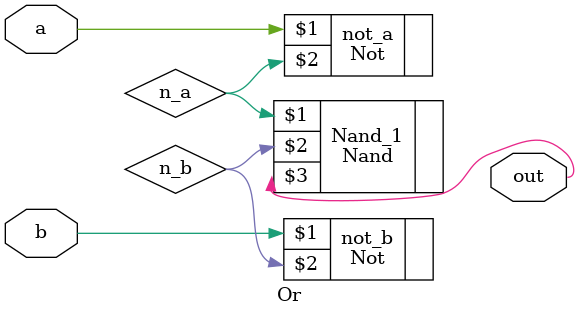
<source format=v>
 /**
 * Or gate:
 * out = 1 if (a == 1 or b == 1)
 *       0 otherwise
 */
`default_nettype none

module Or(
    input wire a,
    input wire b,
    output wire out
);

wire n_a, n_b;

Not not_a(a, n_a);
Not not_b(b, n_b);
Nand Nand_1(n_a, n_b, out);

endmodule

</source>
